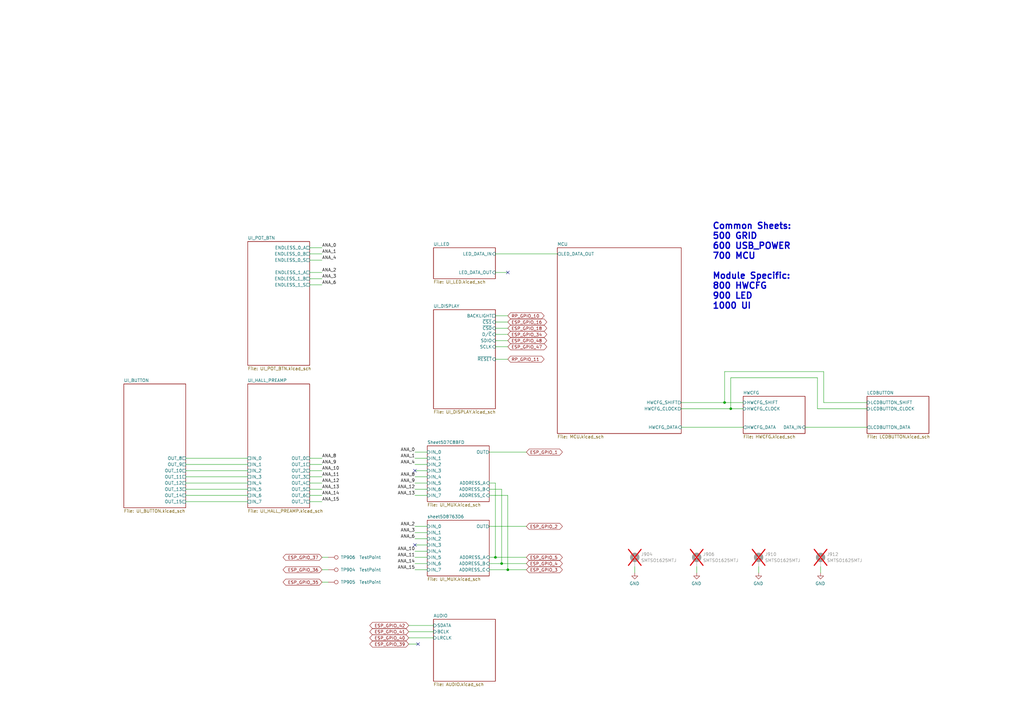
<source format=kicad_sch>
(kicad_sch (version 20250114) (generator "eeschema") (generator_version "9.0")
  (paper "A3")
  (lib_symbols
    (symbol "Connector:TestPoint" (pin_numbers (hide yes)) (pin_names (offset 0.762) (hide yes))
      (property "Reference" "TP" (at 0 6.858 0))
      (property "Value" "TestPoint" (at 0 5.08 0))
      (symbol "TestPoint_0_1"
        (circle (center 0 3.302) (radius 0.762))
      )
      (symbol "TestPoint_1_1"
        (pin passive line (at 0 0 90) (length 2.54) (name "1") (number "1"))
      )
    )
    (symbol "GND_1" (power) (pin_names (offset 0))
      (property "Value" "GND" (at 0 -3.81 0))
      (symbol "GND_1_0_1"
        (polyline (pts (xy 0 0) (xy 0 -1.27) (xy 1.27 -1.27) (xy 0 -2.54) (xy -1.27 -1.27) (xy 0 -1.27)))
      )
      (symbol "GND_1_1_1"
        (pin power_in line (at 0 0 270) (length 0) (hide yes) (name "GND") (number "1"))
      )
    )
    (symbol "GND_2" (power) (pin_names (offset 0))
      (property "Value" "GND" (at 0 -3.81 0))
      (symbol "GND_2_0_1"
        (polyline (pts (xy 0 0) (xy 0 -1.27) (xy 1.27 -1.27) (xy 0 -2.54) (xy -1.27 -1.27) (xy 0 -1.27)))
      )
      (symbol "GND_2_1_1"
        (pin power_in line (at 0 0 270) (length 0) (hide yes) (name "GND") (number "1"))
      )
    )
    (symbol "GND_3" (power) (pin_names (offset 0))
      (property "Value" "GND" (at 0 -3.81 0))
      (symbol "GND_3_0_1"
        (polyline (pts (xy 0 0) (xy 0 -1.27) (xy 1.27 -1.27) (xy 0 -2.54) (xy -1.27 -1.27) (xy 0 -1.27)))
      )
      (symbol "GND_3_1_1"
        (pin power_in line (at 0 0 270) (length 0) (hide yes) (name "GND") (number "1"))
      )
    )
    (symbol "power:GND" (power) (pin_names (offset 0))
      (property "Value" "GND" (at 0 -3.81 0))
      (symbol "GND_0_1"
        (polyline (pts (xy 0 0) (xy 0 -1.27) (xy 1.27 -1.27) (xy 0 -2.54) (xy -1.27 -1.27) (xy 0 -1.27)))
      )
      (symbol "GND_1_1"
        (pin power_in line (at 0 0 270) (length 0) (hide yes) (name "GND") (number "1"))
      )
    )
    (symbol "suku_basics:SMD_NUT" (pin_numbers (hide yes)) (pin_names (offset 1.016) (hide yes))
      (property "Reference" "J" (at 0 6.35 0))
      (property "Value" "SMD_NUT" (at 0 4.445 0))
      (symbol "SMD_NUT_0_1"
        (circle (center 0 1.27) (radius 1.27) (stroke (width 1.27)))
      )
      (symbol "SMD_NUT_1_1"
        (pin input line (at 0 -2.54 90) (length 2.54) (name "1") (number "1"))
      )
    )
  )
  (text "Common Sheets:\n500 GRID\n600 USB_POWER\n700 MCU\n\nModule Specific:\n800 HWCFG\n900 LED\n1000 UI" (at 292.1 127 0) (effects (font (size 2.54 2.54) (thickness 0.508) (bold yes)) (justify left bottom)))
  (junction (at 297.18 165.1))
  (junction (at 203.2 228.6))
  (junction (at 208.28 233.68))
  (junction (at 299.72 167.64))
  (junction (at 205.74 231.14))
  (no_connect (at 170.18 223.52))
  (no_connect (at 208.28 111.76))
  (no_connect (at 171.45 264.16))
  (no_connect (at 170.18 193.04))
  (wire (pts (xy 297.18 152.4) (xy 337.82 152.4)))
  (wire (pts (xy 175.26 203.2) (xy 170.18 203.2)))
  (wire (pts (xy 279.4 165.1) (xy 297.18 165.1)))
  (wire (pts (xy 132.08 203.2) (xy 127 203.2)))
  (wire (pts (xy 127 101.6) (xy 132.08 101.6)))
  (wire (pts (xy 203.2 111.76) (xy 208.28 111.76)))
  (wire (pts (xy 299.72 154.94) (xy 299.72 167.64)))
  (wire (pts (xy 132.08 193.04) (xy 127 193.04)))
  (wire (pts (xy 311.15 232.41) (xy 311.15 234.95)))
  (wire (pts (xy 228.6 104.14) (xy 203.2 104.14)))
  (wire (pts (xy 285.75 232.41) (xy 285.75 234.95)))
  (wire (pts (xy 127 190.5) (xy 132.08 190.5)))
  (wire (pts (xy 175.26 198.12) (xy 170.18 198.12)))
  (wire (pts (xy 335.28 154.94) (xy 299.72 154.94)))
  (wire (pts (xy 175.26 233.68) (xy 170.18 233.68)))
  (wire (pts (xy 167.64 261.62) (xy 177.8 261.62)))
  (wire (pts (xy 76.2 193.04) (xy 101.6 193.04)))
  (wire (pts (xy 132.08 238.76) (xy 134.62 238.76)))
  (wire (pts (xy 132.08 198.12) (xy 127 198.12)))
  (wire (pts (xy 336.55 232.41) (xy 336.55 234.95)))
  (wire (pts (xy 76.2 198.12) (xy 101.6 198.12)))
  (wire (pts (xy 260.35 232.41) (xy 260.35 234.95)))
  (wire (pts (xy 337.82 165.1) (xy 355.6 165.1)))
  (wire (pts (xy 175.26 220.98) (xy 170.18 220.98)))
  (wire (pts (xy 200.66 228.6) (xy 203.2 228.6)))
  (wire (pts (xy 132.08 233.68) (xy 134.62 233.68)))
  (wire (pts (xy 127 114.3) (xy 132.08 114.3)))
  (wire (pts (xy 337.82 152.4) (xy 337.82 165.1)))
  (wire (pts (xy 297.18 165.1) (xy 297.18 152.4)))
  (wire (pts (xy 355.6 167.64) (xy 335.28 167.64)))
  (wire (pts (xy 167.64 256.54) (xy 177.8 256.54)))
  (wire (pts (xy 203.2 134.62) (xy 208.28 134.62)))
  (wire (pts (xy 299.72 167.64) (xy 304.8 167.64)))
  (wire (pts (xy 175.26 193.04) (xy 170.18 193.04)))
  (wire (pts (xy 200.66 185.42) (xy 215.9 185.42)))
  (wire (pts (xy 297.18 165.1) (xy 304.8 165.1)))
  (wire (pts (xy 175.26 218.44) (xy 170.18 218.44)))
  (wire (pts (xy 167.64 259.08) (xy 177.8 259.08)))
  (wire (pts (xy 200.66 215.9) (xy 215.9 215.9)))
  (wire (pts (xy 203.2 147.32) (xy 208.28 147.32)))
  (wire (pts (xy 200.66 200.66) (xy 205.74 200.66)))
  (wire (pts (xy 208.28 233.68) (xy 215.9 233.68)))
  (wire (pts (xy 200.66 233.68) (xy 208.28 233.68)))
  (wire (pts (xy 279.4 175.26) (xy 304.8 175.26)))
  (wire (pts (xy 200.66 231.14) (xy 205.74 231.14)))
  (wire (pts (xy 132.08 111.76) (xy 127 111.76)))
  (wire (pts (xy 76.2 205.74) (xy 101.6 205.74)))
  (wire (pts (xy 335.28 167.64) (xy 335.28 154.94)))
  (wire (pts (xy 205.74 200.66) (xy 205.74 231.14)))
  (wire (pts (xy 175.26 228.6) (xy 170.18 228.6)))
  (wire (pts (xy 127 104.14) (xy 132.08 104.14)))
  (wire (pts (xy 203.2 132.08) (xy 208.28 132.08)))
  (wire (pts (xy 132.08 106.68) (xy 127 106.68)))
  (wire (pts (xy 132.08 228.6) (xy 134.62 228.6)))
  (wire (pts (xy 175.26 187.96) (xy 170.18 187.96)))
  (wire (pts (xy 175.26 226.06) (xy 170.18 226.06)))
  (wire (pts (xy 203.2 142.24) (xy 208.28 142.24)))
  (wire (pts (xy 127 205.74) (xy 132.08 205.74)))
  (wire (pts (xy 279.4 167.64) (xy 299.72 167.64)))
  (wire (pts (xy 175.26 195.58) (xy 170.18 195.58)))
  (wire (pts (xy 175.26 215.9) (xy 170.18 215.9)))
  (wire (pts (xy 203.2 139.7) (xy 208.28 139.7)))
  (wire (pts (xy 132.08 187.96) (xy 127 187.96)))
  (wire (pts (xy 167.64 264.16) (xy 171.45 264.16)))
  (wire (pts (xy 200.66 198.12) (xy 203.2 198.12)))
  (wire (pts (xy 127 195.58) (xy 132.08 195.58)))
  (wire (pts (xy 205.74 231.14) (xy 215.9 231.14)))
  (wire (pts (xy 203.2 228.6) (xy 215.9 228.6)))
  (wire (pts (xy 76.2 195.58) (xy 101.6 195.58)))
  (wire (pts (xy 203.2 137.16) (xy 208.28 137.16)))
  (wire (pts (xy 330.2 175.26) (xy 355.6 175.26)))
  (wire (pts (xy 175.26 190.5) (xy 170.18 190.5)))
  (wire (pts (xy 203.2 198.12) (xy 203.2 228.6)))
  (wire (pts (xy 175.26 231.14) (xy 170.18 231.14)))
  (wire (pts (xy 127 200.66) (xy 132.08 200.66)))
  (wire (pts (xy 208.28 203.2) (xy 208.28 233.68)))
  (wire (pts (xy 203.2 129.54) (xy 208.28 129.54)))
  (wire (pts (xy 76.2 200.66) (xy 101.6 200.66)))
  (wire (pts (xy 76.2 203.2) (xy 101.6 203.2)))
  (wire (pts (xy 175.26 185.42) (xy 170.18 185.42)))
  (wire (pts (xy 76.2 187.96) (xy 101.6 187.96)))
  (wire (pts (xy 175.26 223.52) (xy 170.18 223.52)))
  (wire (pts (xy 175.26 200.66) (xy 170.18 200.66)))
  (wire (pts (xy 200.66 203.2) (xy 208.28 203.2)))
  (wire (pts (xy 76.2 190.5) (xy 101.6 190.5)))
  (wire (pts (xy 132.08 116.84) (xy 127 116.84)))
  (label "ANA_13" (at 132.08 200.66 0))
  (label "ANA_6" (at 132.08 116.84 0))
  (label "ANA_6" (at 170.18 220.98 180))
  (label "ANA_15" (at 170.18 233.68 180))
  (label "ANA_9" (at 170.18 198.12 180))
  (label "ANA_4" (at 132.08 106.68 0))
  (label "ANA_14" (at 170.18 231.14 180))
  (label "ANA_10" (at 170.18 226.06 180))
  (label "ANA_4" (at 170.18 190.5 180))
  (label "ANA_1" (at 170.18 187.96 180))
  (label "ANA_11" (at 170.18 228.6 180))
  (label "ANA_13" (at 170.18 203.2 180))
  (label "ANA_2" (at 170.18 215.9 180))
  (label "ANA_11" (at 132.08 195.58 0))
  (label "ANA_12" (at 132.08 198.12 0))
  (label "ANA_3" (at 132.08 114.3 0))
  (label "ANA_12" (at 170.18 200.66 180))
  (label "ANA_8" (at 170.18 195.58 180))
  (label "ANA_14" (at 132.08 203.2 0))
  (label "ANA_2" (at 132.08 111.76 0))
  (label "ANA_0" (at 170.18 185.42 180))
  (label "ANA_0" (at 132.08 101.6 0))
  (label "ANA_8" (at 132.08 187.96 0))
  (label "ANA_3" (at 170.18 218.44 180))
  (label "ANA_15" (at 132.08 205.74 0))
  (label "ANA_9" (at 132.08 190.5 0))
  (label "ANA_1" (at 132.08 104.14 0))
  (label "ANA_10" (at 132.08 193.04 0))
  (global_label "ESP_GPIO_40" (shape bidirectional) (at 167.64 261.62 180) (property "Intersheetrefs" "${INTERSHEET_REFS}" (effects (hide yes))))
  (global_label "ESP_GPIO_39" (shape bidirectional) (at 167.64 264.16 180) (property "Intersheetrefs" "${INTERSHEET_REFS}" (effects (hide yes))))
  (global_label "ESP_GPIO_16" (shape bidirectional) (at 208.28 132.08 0) (property "Intersheetrefs" "${INTERSHEET_REFS}" (effects (hide yes))))
  (global_label "ESP_GPIO_5" (shape bidirectional) (at 215.9 228.6 0) (property "Intersheetrefs" "${INTERSHEET_REFS}" (effects (hide yes))))
  (global_label "ESP_GPIO_18" (shape bidirectional) (at 208.28 134.62 0) (property "Intersheetrefs" "${INTERSHEET_REFS}" (effects (hide yes))))
  (global_label "ESP_GPIO_1" (shape bidirectional) (at 215.9 185.42 0) (property "Intersheetrefs" "${INTERSHEET_REFS}" (effects (hide yes))))
  (global_label "RP_GPIO_10" (shape bidirectional) (at 208.28 129.54 0) (property "Intersheetrefs" "${INTERSHEET_REFS}" (effects (hide yes))))
  (global_label "RP_GPIO_11" (shape bidirectional) (at 208.28 147.32 0) (property "Intersheetrefs" "${INTERSHEET_REFS}" (effects (hide yes))))
  (global_label "ESP_GPIO_35" (shape bidirectional) (at 132.08 238.76 180) (property "Intersheetrefs" "${INTERSHEET_REFS}" (effects (hide yes))))
  (global_label "ESP_GPIO_47" (shape bidirectional) (at 208.28 142.24 0) (property "Intersheetrefs" "${INTERSHEET_REFS}" (effects (hide yes))))
  (global_label "ESP_GPIO_42" (shape bidirectional) (at 167.64 256.54 180) (property "Intersheetrefs" "${INTERSHEET_REFS}" (effects (hide yes))))
  (global_label "ESP_GPIO_37" (shape bidirectional) (at 132.08 228.6 180) (property "Intersheetrefs" "${INTERSHEET_REFS}" (effects (hide yes))))
  (global_label "ESP_GPIO_4" (shape bidirectional) (at 215.9 231.14 0) (property "Intersheetrefs" "${INTERSHEET_REFS}" (effects (hide yes))))
  (global_label "ESP_GPIO_34" (shape bidirectional) (at 208.28 137.16 0) (property "Intersheetrefs" "${INTERSHEET_REFS}" (effects (hide yes))))
  (global_label "ESP_GPIO_48" (shape bidirectional) (at 208.28 139.7 0) (property "Intersheetrefs" "${INTERSHEET_REFS}" (effects (hide yes))))
  (global_label "ESP_GPIO_3" (shape bidirectional) (at 215.9 233.68 0) (property "Intersheetrefs" "${INTERSHEET_REFS}" (effects (hide yes))))
  (global_label "ESP_GPIO_2" (shape bidirectional) (at 215.9 215.9 0) (property "Intersheetrefs" "${INTERSHEET_REFS}" (effects (hide yes))))
  (global_label "ESP_GPIO_41" (shape bidirectional) (at 167.64 259.08 180) (property "Intersheetrefs" "${INTERSHEET_REFS}" (effects (hide yes))))
  (global_label "ESP_GPIO_36" (shape bidirectional) (at 132.08 233.68 180) (property "Intersheetrefs" "${INTERSHEET_REFS}" (effects (hide yes))))
  (symbol (lib_id "Connector:TestPoint") (at 134.62 233.68 270) (unit 1)
    (property "Reference" "TP904" (at 139.7 233.68 90) (effects (justify left)))
    (property "Value" "TestPoint" (at 147.32 233.68 90) (effects (justify left)))
    (property "Footprint" "TestPoint:TestPoint_Pad_D1.0mm" (effects (hide yes)))
  )
  (symbol (lib_id "suku_basics:SMD_NUT") (at 260.35 229.87 0) (unit 1) (in_bom no) (on_board no) (dnp yes)
    (property "Reference" "J904" (at 262.89 227.3299 0) (effects (justify left)))
    (property "Value" "SMTSO1625MTJ" (at 262.89 229.8699 0) (effects (justify left)))
    (property "Footprint" "suku_basics:SMD_NUT_M1.6x2.5" (effects (hide yes)))
    (property "Description" "SMD Nut" (effects (hide yes)))
  )
  (symbol (lib_name "GND_1") (lib_id "power:GND") (at 311.15 234.95 0) (mirror y) (unit 1)
    (property "Reference" "#PWR01092" (effects (hide yes)))
    (property "Value" "GND" (at 311.023 239.3442 0))
  )
  (symbol (lib_name "GND_2") (lib_id "power:GND") (at 285.75 234.95 0) (mirror y) (unit 1)
    (property "Reference" "#PWR01090" (effects (hide yes)))
    (property "Value" "GND" (at 285.623 239.3442 0))
  )
  (symbol (lib_id "Connector:TestPoint") (at 134.62 238.76 270) (unit 1)
    (property "Reference" "TP905" (at 139.7 238.76 90) (effects (justify left)))
    (property "Value" "TestPoint" (at 147.32 238.76 90) (effects (justify left)))
    (property "Footprint" "TestPoint:TestPoint_Pad_D1.0mm" (effects (hide yes)))
  )
  (symbol (lib_id "Connector:TestPoint") (at 134.62 228.6 270) (unit 1)
    (property "Reference" "TP906" (at 139.7 228.6 90) (effects (justify left)))
    (property "Value" "TestPoint" (at 147.32 228.6 90) (effects (justify left)))
    (property "Footprint" "TestPoint:TestPoint_Pad_D1.0mm" (effects (hide yes)))
  )
  (symbol (lib_id "suku_basics:SMD_NUT") (at 336.55 229.87 0) (unit 1) (in_bom no) (on_board no) (dnp yes)
    (property "Reference" "J912" (at 339.09 227.3299 0) (effects (justify left)))
    (property "Value" "SMTSO1625MTJ" (at 339.09 229.8699 0) (effects (justify left)))
    (property "Footprint" "suku_basics:SMD_NUT_M1.6x2.5" (effects (hide yes)))
    (property "Description" "SMD Nut" (effects (hide yes)))
  )
  (symbol (lib_id "power:GND") (at 260.35 234.95 0) (mirror y) (unit 1)
    (property "Reference" "#PWR01088" (effects (hide yes)))
    (property "Value" "GND" (at 260.223 239.3442 0))
  )
  (symbol (lib_id "suku_basics:SMD_NUT") (at 285.75 229.87 0) (unit 1) (in_bom no) (on_board no) (dnp yes)
    (property "Reference" "J906" (at 288.29 227.3299 0) (effects (justify left)))
    (property "Value" "SMTSO1625MTJ" (at 288.29 229.8699 0) (effects (justify left)))
    (property "Footprint" "suku_basics:SMD_NUT_M1.6x2.5" (effects (hide yes)))
    (property "Description" "SMD Nut" (effects (hide yes)))
  )
  (symbol (lib_name "GND_3") (lib_id "power:GND") (at 336.55 234.95 0) (mirror y) (unit 1)
    (property "Reference" "#PWR01094" (effects (hide yes)))
    (property "Value" "GND" (at 336.423 239.3442 0))
  )
  (symbol (lib_id "suku_basics:SMD_NUT") (at 311.15 229.87 0) (unit 1) (in_bom no) (on_board no) (dnp yes)
    (property "Reference" "J910" (at 313.69 227.3299 0) (effects (justify left)))
    (property "Value" "SMTSO1625MTJ" (at 313.69 229.8699 0) (effects (justify left)))
    (property "Footprint" "suku_basics:SMD_NUT_M1.6x2.5" (effects (hide yes)))
    (property "Description" "SMD Nut" (effects (hide yes)))
  )
  (sheet (at 177.8 101.6) (size 25.4 12.7)
    (property "Sheetname" "UI_LED" (at 177.8 100.8884 0) (effects (justify left bottom)))
    (property "Sheetfile" "UI_LED.kicad_sch" (at 177.8 114.8846 0) (effects (justify left top)))
    (pin "LED_DATA_IN" input (at 203.2 104.14 0))
    (pin "LED_DATA_OUT" input (at 203.2 111.76 0))
  )
  (sheet (at 101.6 99.06) (size 25.4 50.8)
    (property "Sheetname" "UI_POT_BTN" (at 101.6 98.3484 0) (effects (justify left bottom)))
    (property "Sheetfile" "UI_POT_BTN.kicad_sch" (at 101.6 150.4446 0) (effects (justify left top)))
    (pin "ENDLESS_0_A" passive (at 127 101.6 0))
    (pin "ENDLESS_0_B" passive (at 127 104.14 0))
    (pin "ENDLESS_0_S" passive (at 127 106.68 0))
    (pin "ENDLESS_1_A" passive (at 127 111.76 0))
    (pin "ENDLESS_1_B" passive (at 127 114.3 0))
    (pin "ENDLESS_1_S" passive (at 127 116.84 0))
  )
  (sheet (at 50.8 157.48) (size 25.4 50.8)
    (property "Sheetname" "UI_BUTTON" (at 50.8 156.7684 0) (effects (justify left bottom)))
    (property "Sheetfile" "UI_BUTTON.kicad_sch" (at 50.8 208.8646 0) (effects (justify left top)))
    (pin "OUT_12" passive (at 76.2 198.12 0))
    (pin "OUT_13" passive (at 76.2 200.66 0))
    (pin "OUT_14" passive (at 76.2 203.2 0))
    (pin "OUT_15" passive (at 76.2 205.74 0))
    (pin "OUT_11" passive (at 76.2 195.58 0))
    (pin "OUT_10" passive (at 76.2 193.04 0))
    (pin "OUT_9" passive (at 76.2 190.5 0))
    (pin "OUT_8" passive (at 76.2 187.96 0))
  )
  (sheet (at 228.6 101.6) (size 50.8 76.2)
    (property "Sheetname" "MCU" (at 228.6 100.8884 0) (effects (justify left bottom)))
    (property "Sheetfile" "MCU.kicad_sch" (at 228.6 178.3846 0) (effects (justify left top)))
    (pin "LED_DATA_OUT" output (at 228.6 104.14 180))
    (pin "HWCFG_DATA" input (at 279.4 175.26 0))
    (pin "HWCFG_CLOCK" output (at 279.4 167.64 0))
    (pin "HWCFG_SHIFT" output (at 279.4 165.1 0))
  )
  (sheet (at 175.26 182.88) (size 25.4 22.86)
    (property "Sheetname" "Sheet5D7C8BFD" (at 175.26 182.1684 0) (effects (justify left bottom)))
    (property "Sheetfile" "UI_MUX.kicad_sch" (at 175.26 206.3246 0) (effects (justify left top)))
    (pin "OUT" output (at 200.66 185.42 0))
    (pin "IN_0" input (at 175.26 185.42 180))
    (pin "IN_1" input (at 175.26 187.96 180))
    (pin "IN_2" input (at 175.26 190.5 180))
    (pin "IN_3" input (at 175.26 193.04 180))
    (pin "IN_4" input (at 175.26 195.58 180))
    (pin "IN_5" input (at 175.26 198.12 180))
    (pin "IN_6" input (at 175.26 200.66 180))
    (pin "IN_7" input (at 175.26 203.2 180))
    (pin "ADDRESS_C" input (at 200.66 203.2 0))
    (pin "ADDRESS_B" input (at 200.66 200.66 0))
    (pin "ADDRESS_A" input (at 200.66 198.12 0))
  )
  (sheet (at 175.26 213.36) (size 25.4 22.86)
    (property "Sheetname" "sheet5D8763D6" (at 175.26 212.6484 0) (effects (justify left bottom)))
    (property "Sheetfile" "UI_MUX.kicad_sch" (at 175.26 236.8046 0) (effects (justify left top)))
    (pin "IN_0" input (at 175.26 215.9 180))
    (pin "IN_1" input (at 175.26 218.44 180))
    (pin "IN_2" input (at 175.26 220.98 180))
    (pin "IN_3" input (at 175.26 223.52 180))
    (pin "IN_4" input (at 175.26 226.06 180))
    (pin "IN_5" input (at 175.26 228.6 180))
    (pin "IN_6" input (at 175.26 231.14 180))
    (pin "IN_7" input (at 175.26 233.68 180))
    (pin "OUT" output (at 200.66 215.9 0))
    (pin "ADDRESS_C" input (at 200.66 233.68 0))
    (pin "ADDRESS_B" input (at 200.66 231.14 0))
    (pin "ADDRESS_A" input (at 200.66 228.6 0))
  )
  (sheet (at 304.8 162.56) (size 25.4 15.24)
    (property "Sheetname" "HWCFG" (at 304.8 161.8484 0) (effects (justify left bottom)))
    (property "Sheetfile" "HWCFG.kicad_sch" (at 304.8 178.3846 0) (effects (justify left top)))
    (pin "HWCFG_DATA" output (at 304.8 175.26 180))
    (pin "HWCFG_CLOCK" input (at 304.8 167.64 180))
    (pin "HWCFG_SHIFT" input (at 304.8 165.1 180))
    (pin "DATA_IN" input (at 330.2 175.26 0))
  )
  (sheet (at 177.8 254) (size 25.4 25.4) (stroke (width 0.1524))
    (property "Sheetname" "AUDIO" (at 177.8 253.2884 0) (effects (justify left bottom)))
    (property "Sheetfile" "AUDIO.kicad_sch" (at 177.8 279.9846 0) (effects (justify left top)))
    (pin "SDATA" input (at 177.8 256.54 180))
    (pin "BCLK" input (at 177.8 259.08 180))
    (pin "LRCLK" input (at 177.8 261.62 180))
  )
  (sheet (at 355.6 162.56) (size 25.4 15.24) (stroke (width 0.1524))
    (property "Sheetname" "LCDBUTTON" (at 355.6 161.8484 0) (effects (justify left bottom)))
    (property "Sheetfile" "LCDBUTTON.kicad_sch" (at 355.6 178.3846 0) (effects (justify left top)))
    (pin "LCDBUTTON_DATA" output (at 355.6 175.26 180))
    (pin "LCDBUTTON_CLOCK" input (at 355.6 167.64 180))
    (pin "LCDBUTTON_SHIFT" input (at 355.6 165.1 180))
  )
  (sheet (at 177.8 127) (size 25.4 40.64) (stroke (width 0.1524))
    (property "Sheetname" "UI_DISPLAY" (at 177.8 126.2884 0) (effects (justify left bottom)))
    (property "Sheetfile" "UI_DISPLAY.kicad_sch" (at 177.8 168.2246 0) (effects (justify left top)))
    (pin "~{RESET}" input (at 203.2 147.32 0))
    (pin "BACKLIGHT" passive (at 203.2 129.54 0))
    (pin "~{CS0}" input (at 203.2 134.62 0))
    (pin "D{slash}~{C}" input (at 203.2 137.16 0))
    (pin "SDIO" input (at 203.2 139.7 0))
    (pin "SCLK" input (at 203.2 142.24 0))
    (pin "~{CS1}" input (at 203.2 132.08 0))
  )
  (sheet (at 101.6 157.48) (size 25.4 50.8) (stroke (width 0.1524))
    (property "Sheetname" "UI_HALL_PREAMP" (at 101.6 156.7684 0) (effects (justify left bottom)))
    (property "Sheetfile" "UI_HALL_PREAMP.kicad_sch" (at 101.6 208.8646 0) (effects (justify left top)))
    (pin "OUT_6" passive (at 127 203.2 0))
    (pin "OUT_5" passive (at 127 200.66 0))
    (pin "OUT_4" passive (at 127 198.12 0))
    (pin "OUT_7" passive (at 127 205.74 0))
    (pin "IN_5" passive (at 101.6 200.66 180))
    (pin "IN_4" passive (at 101.6 198.12 180))
    (pin "IN_6" passive (at 101.6 203.2 180))
    (pin "IN_7" passive (at 101.6 205.74 180))
    (pin "OUT_2" passive (at 127 193.04 0))
    (pin "OUT_3" passive (at 127 195.58 0))
    (pin "IN_0" passive (at 101.6 187.96 180))
    (pin "IN_1" passive (at 101.6 190.5 180))
    (pin "OUT_0" passive (at 127 187.96 0))
    (pin "IN_2" passive (at 101.6 193.04 180))
    (pin "OUT_1" passive (at 127 190.5 0))
    (pin "IN_3" passive (at 101.6 195.58 180))
  )
)
</source>
